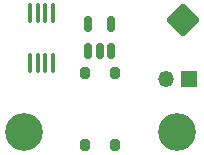
<source format=gbr>
%TF.GenerationSoftware,KiCad,Pcbnew,8.0.1-rc1*%
%TF.CreationDate,2024-05-21T21:17:26-06:00*%
%TF.ProjectId,screamer,73637265-616d-4657-922e-6b696361645f,V0.1.1*%
%TF.SameCoordinates,Original*%
%TF.FileFunction,Soldermask,Bot*%
%TF.FilePolarity,Negative*%
%FSLAX46Y46*%
G04 Gerber Fmt 4.6, Leading zero omitted, Abs format (unit mm)*
G04 Created by KiCad (PCBNEW 8.0.1-rc1) date 2024-05-21 21:17:26*
%MOMM*%
%LPD*%
G01*
G04 APERTURE LIST*
G04 Aperture macros list*
%AMRoundRect*
0 Rectangle with rounded corners*
0 $1 Rounding radius*
0 $2 $3 $4 $5 $6 $7 $8 $9 X,Y pos of 4 corners*
0 Add a 4 corners polygon primitive as box body*
4,1,4,$2,$3,$4,$5,$6,$7,$8,$9,$2,$3,0*
0 Add four circle primitives for the rounded corners*
1,1,$1+$1,$2,$3*
1,1,$1+$1,$4,$5*
1,1,$1+$1,$6,$7*
1,1,$1+$1,$8,$9*
0 Add four rect primitives between the rounded corners*
20,1,$1+$1,$2,$3,$4,$5,0*
20,1,$1+$1,$4,$5,$6,$7,0*
20,1,$1+$1,$6,$7,$8,$9,0*
20,1,$1+$1,$8,$9,$2,$3,0*%
G04 Aperture macros list end*
%ADD10C,3.200000*%
%ADD11RoundRect,0.250001X-1.131369X0.000000X0.000000X-1.131369X1.131369X0.000000X0.000000X1.131369X0*%
%ADD12RoundRect,0.100000X0.100000X-0.712500X0.100000X0.712500X-0.100000X0.712500X-0.100000X-0.712500X0*%
%ADD13RoundRect,0.150000X0.150000X-0.512500X0.150000X0.512500X-0.150000X0.512500X-0.150000X-0.512500X0*%
%ADD14R,1.350000X1.350000*%
%ADD15O,1.350000X1.350000*%
%ADD16RoundRect,0.200000X0.200000X-0.300000X0.200000X0.300000X-0.200000X0.300000X-0.200000X-0.300000X0*%
G04 APERTURE END LIST*
D10*
%TO.C,H2*%
X165500000Y-97500000D03*
%TD*%
%TO.C,H1*%
X152500000Y-97500000D03*
%TD*%
D11*
%TO.C,AE1*%
X166000000Y-88000000D03*
%TD*%
D12*
%TO.C,U2*%
X154975000Y-91612500D03*
X154325000Y-91612500D03*
X153675000Y-91612500D03*
X153025000Y-91612500D03*
X153025000Y-87387500D03*
X153675000Y-87387500D03*
X154325000Y-87387500D03*
X154975000Y-87387500D03*
%TD*%
D13*
%TO.C,U1*%
X159862500Y-90637500D03*
X158912500Y-90637500D03*
X157962500Y-90637500D03*
X157962500Y-88362500D03*
X159862500Y-88362500D03*
%TD*%
D14*
%TO.C,J1*%
X166500000Y-93000000D03*
D15*
X164500000Y-93000000D03*
%TD*%
D16*
%TO.C,D1*%
X160265000Y-98580000D03*
X157725000Y-98580000D03*
X157725000Y-92430000D03*
X160265000Y-92430000D03*
%TD*%
M02*

</source>
